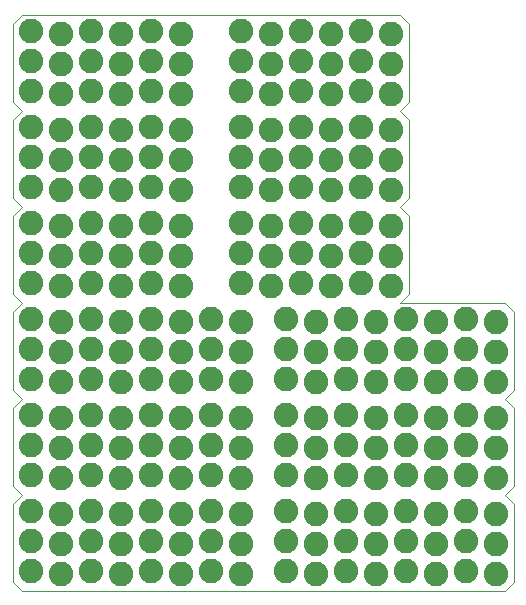
<source format=gts>
G75*
G70*
%OFA0B0*%
%FSLAX24Y24*%
%IPPOS*%
%LPD*%
%AMOC8*
5,1,8,0,0,1.08239X$1,22.5*
%
%ADD10C,0.0000*%
%ADD11C,0.0820*%
D10*
X000180Y000480D02*
X000480Y000180D01*
X016580Y000180D01*
X016780Y000380D01*
X016880Y000480D01*
X016880Y003080D01*
X016580Y003380D01*
X016780Y003580D01*
X016880Y003680D01*
X016880Y006280D01*
X016580Y006580D01*
X016780Y006780D01*
X016880Y006880D01*
X016880Y009480D01*
X016580Y009780D01*
X013080Y009780D01*
X013380Y010080D01*
X013380Y012680D01*
X013080Y012980D01*
X013380Y013280D01*
X013380Y015880D01*
X013080Y016180D01*
X013380Y016480D01*
X013380Y019080D01*
X013080Y019380D01*
X000480Y019380D01*
X000180Y019080D01*
X000180Y016480D01*
X000480Y016180D01*
X000180Y015880D01*
X000180Y013280D01*
X000480Y012980D01*
X000180Y012680D01*
X000180Y010080D01*
X000480Y009780D01*
X000280Y009580D01*
X000180Y009480D01*
X000180Y006880D01*
X000480Y006580D01*
X000280Y006380D01*
X000180Y006280D01*
X000180Y003680D01*
X000480Y003380D01*
X000280Y003180D01*
X000180Y003080D01*
X000180Y000480D01*
D11*
X000780Y000830D03*
X000780Y001830D03*
X000780Y002830D03*
X001780Y002730D03*
X001780Y001730D03*
X001780Y000730D03*
X002780Y000830D03*
X002780Y001830D03*
X002780Y002830D03*
X003780Y002730D03*
X003780Y001730D03*
X003780Y000730D03*
X004780Y000830D03*
X004780Y001830D03*
X004780Y002830D03*
X005780Y002730D03*
X005780Y001730D03*
X005780Y000730D03*
X006780Y000830D03*
X006780Y001830D03*
X006780Y002830D03*
X007780Y002730D03*
X007780Y001730D03*
X007780Y000730D03*
X009280Y000830D03*
X009280Y001830D03*
X009280Y002830D03*
X010280Y002730D03*
X010280Y001730D03*
X010280Y000730D03*
X011280Y000830D03*
X011280Y001830D03*
X011280Y002830D03*
X012280Y002730D03*
X012280Y001730D03*
X012280Y000730D03*
X013280Y000830D03*
X013280Y001830D03*
X013280Y002830D03*
X014280Y002730D03*
X014280Y001730D03*
X014280Y000730D03*
X015280Y000830D03*
X015280Y001830D03*
X015280Y002830D03*
X016280Y002730D03*
X016280Y001730D03*
X016280Y000730D03*
X016280Y003930D03*
X016280Y004930D03*
X016280Y005930D03*
X015280Y006030D03*
X015280Y005030D03*
X015280Y004030D03*
X014280Y003930D03*
X014280Y004930D03*
X014280Y005930D03*
X013280Y006030D03*
X013280Y005030D03*
X013280Y004030D03*
X012280Y003930D03*
X012280Y004930D03*
X012280Y005930D03*
X011280Y006030D03*
X011280Y005030D03*
X011280Y004030D03*
X010280Y003930D03*
X010280Y004930D03*
X010280Y005930D03*
X009280Y006030D03*
X009280Y005030D03*
X009280Y004030D03*
X007780Y003930D03*
X007780Y004930D03*
X007780Y005930D03*
X006780Y006030D03*
X006780Y005030D03*
X006780Y004030D03*
X005780Y003930D03*
X005780Y004930D03*
X005780Y005930D03*
X004780Y006030D03*
X004780Y005030D03*
X004780Y004030D03*
X003780Y003930D03*
X003780Y004930D03*
X003780Y005930D03*
X002780Y006030D03*
X002780Y005030D03*
X002780Y004030D03*
X001780Y003930D03*
X001780Y004930D03*
X001780Y005930D03*
X000780Y006030D03*
X000780Y005030D03*
X000780Y004030D03*
X001780Y007130D03*
X001780Y008130D03*
X001780Y009130D03*
X000780Y009230D03*
X000780Y008230D03*
X000780Y007230D03*
X002780Y007230D03*
X002780Y008230D03*
X002780Y009230D03*
X003780Y009130D03*
X003780Y008130D03*
X003780Y007130D03*
X004780Y007230D03*
X004780Y008230D03*
X004780Y009230D03*
X005780Y009130D03*
X005780Y008130D03*
X005780Y007130D03*
X006780Y007230D03*
X006780Y008230D03*
X006780Y009230D03*
X007780Y009130D03*
X007780Y008130D03*
X007780Y007130D03*
X009280Y007230D03*
X009280Y008230D03*
X009280Y009230D03*
X010280Y009130D03*
X010280Y008130D03*
X010280Y007130D03*
X011280Y007230D03*
X011280Y008230D03*
X011280Y009230D03*
X012280Y009130D03*
X012280Y008130D03*
X012280Y007130D03*
X013280Y007230D03*
X013280Y008230D03*
X013280Y009230D03*
X014280Y009130D03*
X014280Y008130D03*
X014280Y007130D03*
X015280Y007230D03*
X015280Y008230D03*
X015280Y009230D03*
X016280Y009130D03*
X016280Y008130D03*
X016280Y007130D03*
X012780Y010330D03*
X012780Y011330D03*
X012780Y012330D03*
X011780Y012430D03*
X011780Y011430D03*
X011780Y010430D03*
X010780Y010330D03*
X010780Y011330D03*
X010780Y012330D03*
X009780Y012430D03*
X009780Y011430D03*
X009780Y010430D03*
X008780Y010330D03*
X008780Y011330D03*
X008780Y012330D03*
X007780Y012430D03*
X007780Y011430D03*
X007780Y010430D03*
X005780Y010330D03*
X005780Y011330D03*
X005780Y012330D03*
X004780Y012430D03*
X004780Y011430D03*
X004780Y010430D03*
X003780Y010330D03*
X003780Y011330D03*
X003780Y012330D03*
X002780Y012430D03*
X002780Y011430D03*
X002780Y010430D03*
X001780Y010330D03*
X001780Y011330D03*
X001780Y012330D03*
X000780Y012430D03*
X000780Y011430D03*
X000780Y010430D03*
X000780Y013630D03*
X000780Y014630D03*
X000780Y015630D03*
X001780Y015530D03*
X001780Y014530D03*
X001780Y013530D03*
X002780Y013630D03*
X002780Y014630D03*
X002780Y015630D03*
X003780Y015530D03*
X003780Y014530D03*
X003780Y013530D03*
X004780Y013630D03*
X004780Y014630D03*
X004780Y015630D03*
X005780Y015530D03*
X005780Y014530D03*
X005780Y013530D03*
X007780Y013630D03*
X007780Y014630D03*
X007780Y015630D03*
X008780Y015530D03*
X008780Y014530D03*
X008780Y013530D03*
X009780Y013630D03*
X009780Y014630D03*
X009780Y015630D03*
X010780Y015530D03*
X010780Y014530D03*
X010780Y013530D03*
X011780Y013630D03*
X011780Y014630D03*
X011780Y015630D03*
X012780Y015530D03*
X012780Y014530D03*
X012780Y013530D03*
X012780Y016730D03*
X012780Y017730D03*
X012780Y018730D03*
X011780Y018830D03*
X011780Y017830D03*
X011780Y016830D03*
X010780Y016730D03*
X010780Y017730D03*
X010780Y018730D03*
X009780Y018830D03*
X009780Y017830D03*
X009780Y016830D03*
X008780Y016730D03*
X008780Y017730D03*
X008780Y018730D03*
X007780Y018830D03*
X007780Y017830D03*
X007780Y016830D03*
X005780Y016730D03*
X005780Y017730D03*
X005780Y018730D03*
X004780Y018830D03*
X004780Y017830D03*
X004780Y016830D03*
X003780Y016730D03*
X003780Y017730D03*
X003780Y018730D03*
X002780Y018830D03*
X002780Y017830D03*
X002780Y016830D03*
X001780Y016730D03*
X001780Y017730D03*
X001780Y018730D03*
X000780Y018830D03*
X000780Y017830D03*
X000780Y016830D03*
M02*

</source>
